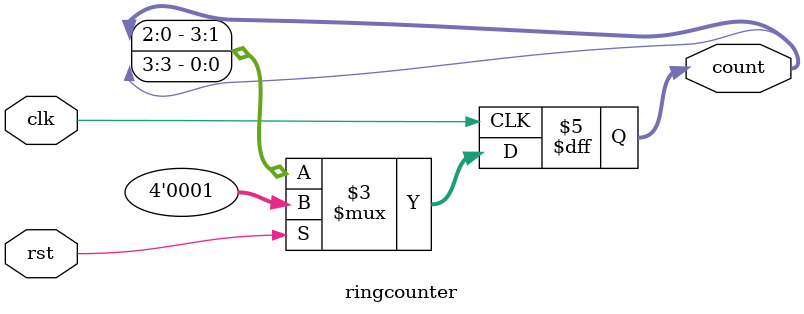
<source format=v>
module ringcounter(input clk,rst,output reg [3:0]count);
always@(posedge clk)begin
if(rst)
count<=4'b0001;
else 
count<={count[2:0],count[3]};
end
endmodule 

</source>
